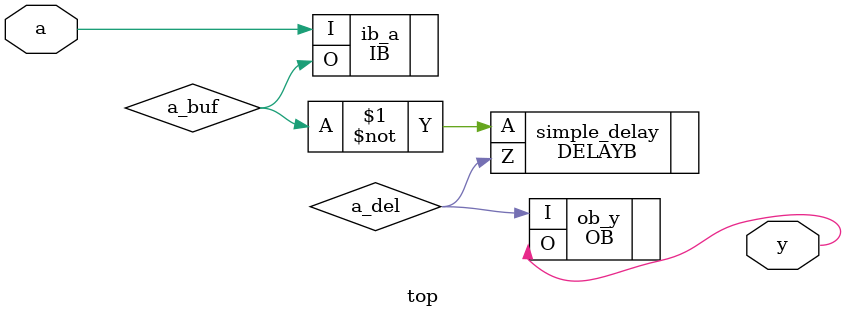
<source format=v>
module top(
	 input a,
 	output y);

	wire a_buf, a_del;
	(* LOC="P11", IO_TYPE="LVCMOS18H" *)
	IB ib_a(.I(a), .O(a_buf));

	DELAYB #(.DEL_MODE("USER_DEFINED"), .DEL_VALUE(63)) simple_delay(.A(~a_buf), .Z(a_del));

	(* LOC="P10", IO_TYPE="LVCMOS18H" *)
	OB ob_y(.I(a_del), .O(y));
endmodule

</source>
